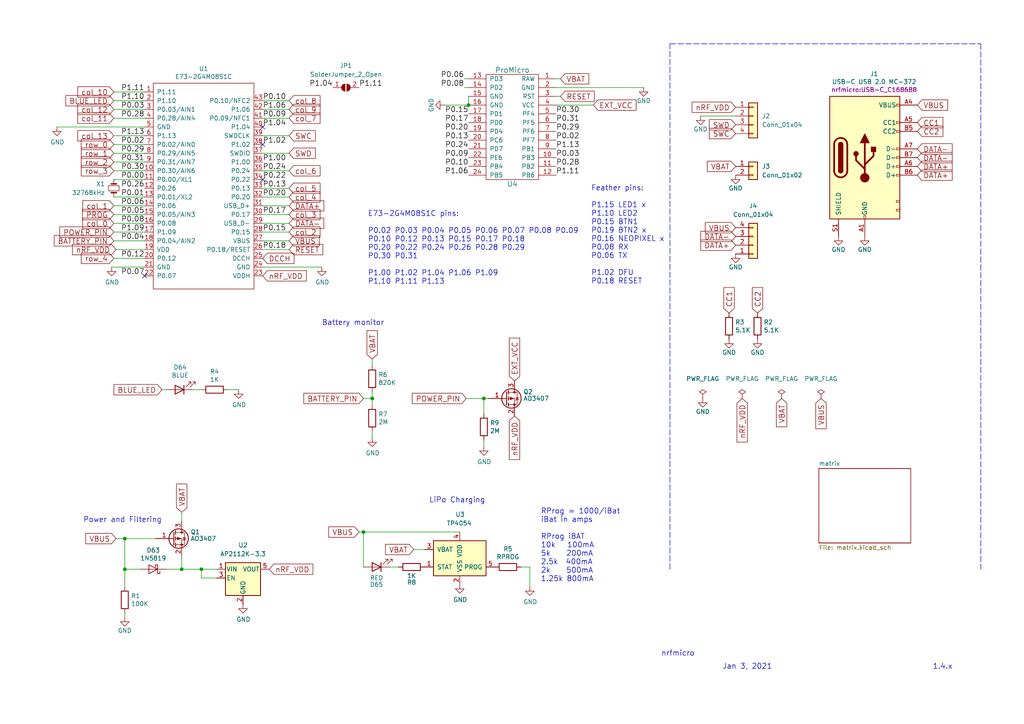
<source format=kicad_sch>
(kicad_sch (version 20231120) (generator "eeschema") (generator_version "8.0")
  (paper "A4")
  (lib_symbols
    (symbol "Battery_Management:MCP73832-2-OT" (pin_names (offset 1.016))
      (property "Reference" "U" (at -7.62 6.35 0))
      (property "Value" "MCP73832-2-OT" (at 1.27 6.35 0))
      (symbol "MCP73832-2-OT_0_1"
        (rectangle (start -7.62 5.08) (end 7.62 -5.08) (stroke (width 0.254)) (fill (type background)))
      )
      (symbol "MCP73832-2-OT_1_1"
        (pin output line (at 10.16 -2.54 180) (length 2.54) (name "STAT") (number "1"))
        (pin power_in line (at 0 -7.62 90) (length 2.54) (name "VSS") (number "2"))
        (pin power_out line (at 10.16 2.54 180) (length 2.54) (name "VBAT") (number "3"))
        (pin power_in line (at 0 7.62 270) (length 2.54) (name "VDD") (number "4"))
        (pin input line (at -10.16 -2.54 0) (length 2.54) (name "PROG") (number "5"))
      )
    )
    (symbol "Connector_Generic:Conn_01x02" (pin_names (offset 1.016) hide)
      (property "Reference" "J" (at 0 2.54 0))
      (property "Value" "Conn_01x02" (at 0 -5.08 0))
      (symbol "Conn_01x02_1_1"
        (rectangle (start -1.27 -2.413) (end 0 -2.667) (stroke (width 0.1524)))
        (rectangle (start -1.27 0.127) (end 0 -0.127) (stroke (width 0.1524)))
        (rectangle (start -1.27 1.27) (end 1.27 -3.81) (stroke (width 0.254)) (fill (type background)))
        (pin passive line (at -5.08 0 0) (length 3.81) (name "Pin_1") (number "1"))
        (pin passive line (at -5.08 -2.54 0) (length 3.81) (name "Pin_2") (number "2"))
      )
    )
    (symbol "Connector_Generic:Conn_01x04" (pin_names (offset 1.016) hide)
      (property "Reference" "J" (at 0 5.08 0))
      (property "Value" "Conn_01x04" (at 0 -7.62 0))
      (symbol "Conn_01x04_1_1"
        (rectangle (start -1.27 -4.953) (end 0 -5.207) (stroke (width 0.1524)))
        (rectangle (start -1.27 -2.413) (end 0 -2.667) (stroke (width 0.1524)))
        (rectangle (start -1.27 0.127) (end 0 -0.127) (stroke (width 0.1524)))
        (rectangle (start -1.27 2.667) (end 0 2.413) (stroke (width 0.1524)))
        (rectangle (start -1.27 3.81) (end 1.27 -6.35) (stroke (width 0.254)) (fill (type background)))
        (pin passive line (at -5.08 2.54 0) (length 3.81) (name "Pin_1") (number "1"))
        (pin passive line (at -5.08 0 0) (length 3.81) (name "Pin_2") (number "2"))
        (pin passive line (at -5.08 -2.54 0) (length 3.81) (name "Pin_3") (number "3"))
        (pin passive line (at -5.08 -5.08 0) (length 3.81) (name "Pin_4") (number "4"))
      )
    )
    (symbol "Device:Crystal_Small" (pin_numbers hide) (pin_names (offset 1.016) hide)
      (property "Reference" "Y" (at 0 2.54 0))
      (property "Value" "Crystal_Small" (at 0 -2.54 0))
      (symbol "Crystal_Small_0_1"
        (rectangle (start -0.762 -1.524) (end 0.762 1.524))
        (polyline (pts (xy -1.27 -0.762) (xy -1.27 0.762)) (stroke (width 0.381)))
        (polyline (pts (xy 1.27 -0.762) (xy 1.27 0.762)) (stroke (width 0.381)))
      )
      (symbol "Crystal_Small_1_1"
        (pin passive line (at -2.54 0 0) (length 1.27) (name "1") (number "1"))
        (pin passive line (at 2.54 0 180) (length 1.27) (name "2") (number "2"))
      )
    )
    (symbol "Device:LED" (pin_numbers hide) (pin_names (offset 1.016) hide)
      (property "Reference" "D" (at 0 2.54 0))
      (property "Value" "LED" (at 0 -2.54 0))
      (symbol "LED_0_1"
        (polyline (pts (xy -1.27 -1.27) (xy -1.27 1.27)) (stroke (width 0.254)))
        (polyline (pts (xy -1.27 0) (xy 1.27 0)))
        (polyline (pts (xy 1.27 -1.27) (xy 1.27 1.27) (xy -1.27 0) (xy 1.27 -1.27)) (stroke (width 0.254)))
        (polyline (pts (xy -3.048 -0.762) (xy -4.572 -2.286) (xy -3.81 -2.286) (xy -4.572 -2.286) (xy -4.572 -1.524)))
        (polyline (pts (xy -1.778 -0.762) (xy -3.302 -2.286) (xy -2.54 -2.286) (xy -3.302 -2.286) (xy -3.302 -1.524)))
      )
      (symbol "LED_1_1"
        (pin passive line (at -3.81 0 0) (length 2.54) (name "K") (number "1"))
        (pin passive line (at 3.81 0 180) (length 2.54) (name "A") (number "2"))
      )
    )
    (symbol "Device:R" (pin_numbers hide) (pin_names (offset 0))
      (property "Reference" "R" (at 2.032 0 90))
      (property "Value" "R" (at 0 0 90))
      (symbol "R_0_1"
        (rectangle (start -1.016 -2.54) (end 1.016 2.54) (stroke (width 0.254)))
      )
      (symbol "R_1_1"
        (pin passive line (at 0 3.81 270) (length 1.27) (name "~") (number "1"))
        (pin passive line (at 0 -3.81 90) (length 1.27) (name "~") (number "2"))
      )
    )
    (symbol "Jumper:SolderJumper_2_Open" (pin_names (offset 0) hide)
      (property "Reference" "JP" (at 0 2.032 0))
      (property "Value" "SolderJumper_2_Open" (at 0 -2.54 0))
      (symbol "SolderJumper_2_Open_0_1"
        (arc (start -0.254 1.016) (mid -1.2655 0) (end -0.254 -1.016))
        (arc (start -0.254 1.016) (mid -1.2655 0) (end -0.254 -1.016) (fill (type outline)))
        (polyline (pts (xy -0.254 1.016) (xy -0.254 -1.016)))
        (polyline (pts (xy 0.254 1.016) (xy 0.254 -1.016)))
        (arc (start 0.254 -1.016) (mid 1.2655 0) (end 0.254 1.016))
        (arc (start 0.254 -1.016) (mid 1.2655 0) (end 0.254 1.016) (fill (type outline)))
      )
      (symbol "SolderJumper_2_Open_1_1"
        (pin passive line (at -3.81 0 0) (length 2.54) (name "A") (number "1"))
        (pin passive line (at 3.81 0 180) (length 2.54) (name "B") (number "2"))
      )
    )
    (symbol "Regulator_Linear:AP2112K-3.3" (pin_names (offset 0.254))
      (property "Reference" "U" (at -5.08 5.715 0))
      (property "Value" "AP2112K-3.3" (at 0 5.715 0))
      (symbol "AP2112K-3.3_0_1"
        (rectangle (start -5.08 4.445) (end 5.08 -5.08) (stroke (width 0.254)) (fill (type background)))
      )
      (symbol "AP2112K-3.3_1_1"
        (pin power_in line (at -7.62 2.54 0) (length 2.54) (name "VIN") (number "1"))
        (pin power_in line (at 0 -7.62 90) (length 2.54) (name "GND") (number "2"))
        (pin input line (at -7.62 0 0) (length 2.54) (name "EN") (number "3"))
        (pin no_connect line (at 5.08 0 180) (length 2.54) hide (name "NC") (number "4"))
        (pin power_out line (at 7.62 2.54 180) (length 2.54) (name "VOUT") (number "5"))
      )
    )
    (symbol "nrfmicro-rescue:BSS83P" (pin_names (offset 0) hide)
      (property "Reference" "Q" (at 5.08 1.905 0))
      (property "Value" "BSS83P" (at 5.08 0 0))
      (symbol "BSS83P_0_1"
        (polyline (pts (xy 0 0) (xy 0.254 0)))
        (polyline (pts (xy 0.762 -1.778) (xy 2.54 -1.778)))
        (polyline (pts (xy 0.762 -1.27) (xy 0.762 -2.286)) (stroke (width 0.254)))
        (polyline (pts (xy 0.762 0) (xy 2.54 0)))
        (polyline (pts (xy 0.762 0.508) (xy 0.762 -0.508)) (stroke (width 0.254)))
        (polyline (pts (xy 0.762 1.778) (xy 2.54 1.778)))
        (polyline (pts (xy 0.762 2.286) (xy 0.762 1.27)) (stroke (width 0.254)))
        (polyline (pts (xy 2.54 -1.778) (xy 2.54 -2.54)))
        (polyline (pts (xy 2.54 -1.778) (xy 2.54 0)))
        (polyline (pts (xy 2.54 2.54) (xy 2.54 1.778)))
        (polyline (pts (xy 0.254 1.905) (xy 0.254 -1.905) (xy 0.254 -1.905)) (stroke (width 0.254)))
        (polyline (pts (xy 2.286 0) (xy 1.27 -0.381) (xy 1.27 0.381) (xy 2.286 0)) (fill (type outline)))
        (polyline (pts (xy 2.54 -1.778) (xy 3.302 -1.778) (xy 3.302 1.778) (xy 2.54 1.778)))
        (polyline (pts (xy 2.794 -0.508) (xy 2.921 -0.381) (xy 3.683 -0.381) (xy 3.81 -0.254)))
        (polyline (pts (xy 3.302 -0.381) (xy 2.921 0.254) (xy 3.683 0.254) (xy 3.302 -0.381)))
        (circle (center 1.651 0) (radius 2.8194) (stroke (width 0.254)))
        (circle (center 2.54 -1.778) (radius 0.2794) (fill (type outline)))
        (circle (center 2.54 1.778) (radius 0.2794) (fill (type outline)))
      )
      (symbol "BSS83P_1_1"
        (pin input line (at -5.08 0 0) (length 5.08) (name "G") (number "1"))
        (pin passive line (at 2.54 -5.08 90) (length 2.54) (name "S") (number "2"))
        (pin passive line (at 2.54 5.08 270) (length 2.54) (name "D") (number "3"))
      )
    )
    (symbol "nrfmicro-rescue:GND" (power) (pin_names (offset 0))
      (property "Value" "GND" (at 0 -3.81 0))
      (symbol "GND_0_1"
        (polyline (pts (xy 0 0) (xy 0 -1.27) (xy 1.27 -1.27) (xy 0 -2.54) (xy -1.27 -1.27) (xy 0 -1.27)))
      )
      (symbol "GND_1_1"
        (pin power_in line (at 0 0 270) (length 0) hide (name "GND") (number "1"))
      )
    )
    (symbol "nrfmicro-rescue:MBR0520" (pin_numbers hide) (pin_names (offset 1.016) hide)
      (property "Reference" "D" (at 0 2.54 0))
      (property "Value" "MBR0520" (at 0 -2.54 0))
      (symbol "MBR0520_0_1"
        (polyline (pts (xy 1.27 0) (xy -1.27 0)))
        (polyline (pts (xy 1.27 1.27) (xy 1.27 -1.27) (xy -1.27 0) (xy 1.27 1.27)) (stroke (width 0.2032)))
        (polyline (pts (xy -1.905 0.635) (xy -1.905 1.27) (xy -1.27 1.27) (xy -1.27 -1.27) (xy -0.635 -1.27) (xy -0.635 -0.635)) (stroke (width 0.2032)))
      )
      (symbol "MBR0520_1_1"
        (pin passive line (at -3.81 0 0) (length 2.54) (name "K") (number "1"))
        (pin passive line (at 3.81 0 180) (length 2.54) (name "A") (number "2"))
      )
    )
    (symbol "nrfmicro-rescue:ProMicro" (pin_names (offset 1.016))
      (property "Reference" "U" (at 0 -21.59 0))
      (property "Value" "ProMicro" (at 0 11.43 0))
      (symbol "ProMicro_0_1"
        (rectangle (start 7.62 10.16) (end -7.62 -20.32))
      )
      (symbol "ProMicro_1_1"
        (pin input line (at 12.7 8.89 180) (length 5.08) (name "RAW") (number "1"))
        (pin input line (at 12.7 -13.97 180) (length 5.08) (name "PB3") (number "10"))
        (pin input line (at 12.7 -16.51 180) (length 5.08) (name "PB2") (number "11"))
        (pin input line (at 12.7 -19.05 180) (length 5.08) (name "PB6") (number "12"))
        (pin input line (at -12.7 8.89 0) (length 5.08) (name "PD3") (number "13"))
        (pin input line (at -12.7 6.35 0) (length 5.08) (name "PD2") (number "14"))
        (pin input line (at -12.7 3.81 0) (length 5.08) (name "GND") (number "15"))
        (pin input line (at -12.7 1.27 0) (length 5.08) (name "GND") (number "16"))
        (pin input line (at -12.7 -1.27 0) (length 5.08) (name "PD1") (number "17"))
        (pin input line (at -12.7 -3.81 0) (length 5.08) (name "PD0") (number "18"))
        (pin input line (at -12.7 -6.35 0) (length 5.08) (name "PD4") (number "19"))
        (pin input line (at 12.7 6.35 180) (length 5.08) (name "GND") (number "2"))
        (pin input line (at -12.7 -8.89 0) (length 5.08) (name "PC6") (number "20"))
        (pin input line (at -12.7 -11.43 0) (length 5.08) (name "PD7") (number "21"))
        (pin input line (at -12.7 -13.97 0) (length 5.08) (name "PE6") (number "22"))
        (pin input line (at -12.7 -16.51 0) (length 5.08) (name "PB4") (number "23"))
        (pin input line (at -12.7 -19.05 0) (length 5.08) (name "PB5") (number "24"))
        (pin input line (at 12.7 3.81 180) (length 5.08) (name "RST") (number "3"))
        (pin input line (at 12.7 1.27 180) (length 5.08) (name "VCC") (number "4"))
        (pin input line (at 12.7 -1.27 180) (length 5.08) (name "PF4") (number "5"))
        (pin input line (at 12.7 -3.81 180) (length 5.08) (name "PF5") (number "6"))
        (pin input line (at 12.7 -6.35 180) (length 5.08) (name "PF6") (number "7"))
        (pin input line (at 12.7 -8.89 180) (length 5.08) (name "PF7") (number "8"))
        (pin input line (at 12.7 -11.43 180) (length 5.08) (name "PB1") (number "9"))
      )
    )
    (symbol "nrfmicro-rescue:R" (pin_numbers hide) (pin_names (offset 0))
      (property "Reference" "R" (at 2.032 0 90))
      (property "Value" "R" (at 0 0 90))
      (symbol "R_0_1"
        (rectangle (start -1.016 -2.54) (end 1.016 2.54) (stroke (width 0.254)))
      )
      (symbol "R_1_1"
        (pin passive line (at 0 3.81 270) (length 1.27) (name "~") (number "1"))
        (pin passive line (at 0 -3.81 90) (length 1.27) (name "~") (number "2"))
      )
    )
    (symbol "nrfmicro:E73-2G4M08S1C-52840" (pin_names (offset 1.016))
      (property "Reference" "U" (at 0 29.21 0))
      (property "Value" "E73-2G4M08S1C-52840" (at 0 -27.94 0))
      (symbol "E73-2G4M08S1C-52840_0_1"
        (rectangle (start -15.24 30.48) (end 13.97 -29.21))
      )
      (symbol "E73-2G4M08S1C-52840_1_1"
        (pin input line (at -17.78 27.94 0) (length 2.54) (name "P1.11") (number "1"))
        (pin input line (at -17.78 5.08 0) (length 2.54) (name "P0.30/AIN6") (number "10"))
        (pin input line (at -17.78 2.54 0) (length 2.54) (name "P0.00/XL1") (number "11"))
        (pin input line (at -17.78 0 0) (length 2.54) (name "P0.26") (number "12"))
        (pin input line (at -17.78 -2.54 0) (length 2.54) (name "P0.01/XL2") (number "13"))
        (pin input line (at -17.78 -5.08 0) (length 2.54) (name "P0.06") (number "14"))
        (pin input line (at -17.78 -7.62 0) (length 2.54) (name "P0.05/AIN3") (number "15"))
        (pin input line (at -17.78 -10.16 0) (length 2.54) (name "P0.08") (number "16"))
        (pin input line (at -17.78 -12.7 0) (length 2.54) (name "P1.09") (number "17"))
        (pin input line (at -17.78 -15.24 0) (length 2.54) (name "P0.04/AIN2") (number "18"))
        (pin power_in line (at -17.78 -17.78 0) (length 2.54) (name "VDD") (number "19"))
        (pin input line (at -17.78 25.4 0) (length 2.54) (name "P1.10") (number "2"))
        (pin input line (at -17.78 -20.32 0) (length 2.54) (name "P0.12") (number "20"))
        (pin power_in line (at -17.78 -22.86 0) (length 2.54) (name "GND") (number "21"))
        (pin input line (at -17.78 -25.4 0) (length 2.54) (name "P0.07") (number "22"))
        (pin power_in line (at 16.51 -25.4 180) (length 2.54) (name "VDDH") (number "23"))
        (pin power_in line (at 16.51 -22.86 180) (length 2.54) (name "GND") (number "24"))
        (pin power_out line (at 16.51 -20.32 180) (length 2.54) (name "DCCH") (number "25"))
        (pin input line (at 16.51 -17.78 180) (length 2.54) (name "P0.18/RESET") (number "26"))
        (pin power_in line (at 16.51 -15.24 180) (length 2.54) (name "VBUS") (number "27"))
        (pin power_in line (at 16.51 -12.7 180) (length 2.54) (name "P0.15") (number "28"))
        (pin input line (at 16.51 -10.16 180) (length 2.54) (name "USB_D-") (number "29"))
        (pin input line (at -17.78 22.86 0) (length 2.54) (name "P0.03/AIN1") (number "3"))
        (pin input line (at 16.51 -7.62 180) (length 2.54) (name "P0.17") (number "30"))
        (pin input line (at 16.51 -5.08 180) (length 2.54) (name "USB_D+") (number "31"))
        (pin input line (at 16.51 -2.54 180) (length 2.54) (name "P0.20") (number "32"))
        (pin input line (at 16.51 0 180) (length 2.54) (name "P0.13") (number "33"))
        (pin input line (at 16.51 2.54 180) (length 2.54) (name "P0.22") (number "34"))
        (pin input line (at 16.51 5.08 180) (length 2.54) (name "P0.24") (number "35"))
        (pin input line (at 16.51 7.62 180) (length 2.54) (name "P1.00") (number "36"))
        (pin input line (at 16.51 10.16 180) (length 2.54) (name "SWDIO") (number "37"))
        (pin input line (at 16.51 12.7 180) (length 2.54) (name "P1.02") (number "38"))
        (pin input line (at 16.51 15.24 180) (length 2.54) (name "SWDCLK") (number "39"))
        (pin input line (at -17.78 20.32 0) (length 2.54) (name "P0.28/AIN4") (number "4"))
        (pin input line (at 16.51 17.78 180) (length 2.54) (name "P1.04") (number "40"))
        (pin input line (at 16.51 20.32 180) (length 2.54) (name "P0.09/NFC1") (number "41"))
        (pin input line (at 16.51 22.86 180) (length 2.54) (name "P1.06") (number "42"))
        (pin input line (at 16.51 25.4 180) (length 2.54) (name "P0.10/NFC2") (number "43"))
        (pin power_in line (at -17.78 17.78 0) (length 2.54) (name "GND") (number "5"))
        (pin input line (at -17.78 15.24 0) (length 2.54) (name "P1.13") (number "6"))
        (pin input line (at -17.78 12.7 0) (length 2.54) (name "P0.02/AIN0") (number "7"))
        (pin input line (at -17.78 10.16 0) (length 2.54) (name "P0.29/AIN5") (number "8"))
        (pin input line (at -17.78 7.62 0) (length 2.54) (name "P0.31/AIN7") (number "9"))
      )
    )
    (symbol "nrfmicro:USB_C_Receptacle_USB2.0" (pin_names (offset 1.016))
      (property "Reference" "J" (at -10.16 19.05 0))
      (property "Value" "USB_C_Receptacle_USB2.0" (at 19.05 19.05 0))
      (symbol "USB_C_Receptacle_USB2.0_0_0"
        (rectangle (start -0.254 -17.78) (end 0.254 -16.764))
        (rectangle (start 10.16 -14.986) (end 9.144 -15.494))
        (rectangle (start 10.16 -12.446) (end 9.144 -12.954))
        (rectangle (start 10.16 -4.826) (end 9.144 -5.334))
        (rectangle (start 10.16 -2.286) (end 9.144 -2.794))
        (rectangle (start 10.16 0.254) (end 9.144 -0.254))
        (rectangle (start 10.16 2.794) (end 9.144 2.286))
        (rectangle (start 10.16 7.874) (end 9.144 7.366))
        (rectangle (start 10.16 10.414) (end 9.144 9.906))
        (rectangle (start 10.16 15.494) (end 9.144 14.986))
      )
      (symbol "USB_C_Receptacle_USB2.0_0_1"
        (rectangle (start -10.16 17.78) (end 10.16 -17.78) (stroke (width 0.254)) (fill (type background)))
        (arc (start -8.89 -3.81) (mid -6.985 -5.7066) (end -5.08 -3.81) (stroke (width 0.508)))
        (arc (start -7.62 -3.81) (mid -6.985 -4.4422) (end -6.35 -3.81) (stroke (width 0.254)))
        (arc (start -7.62 -3.81) (mid -6.985 -4.4422) (end -6.35 -3.81) (stroke (width 0.254)) (fill (type outline)))
        (rectangle (start -7.62 -3.81) (end -6.35 3.81) (stroke (width 0.254)) (fill (type outline)))
        (arc (start -6.35 3.81) (mid -6.985 4.4422) (end -7.62 3.81) (stroke (width 0.254)))
        (arc (start -6.35 3.81) (mid -6.985 4.4422) (end -7.62 3.81) (stroke (width 0.254)) (fill (type outline)))
        (arc (start -5.08 3.81) (mid -6.985 5.7066) (end -8.89 3.81) (stroke (width 0.508)))
        (circle (center -2.54 1.143) (radius 0.635) (stroke (width 0.254)) (fill (type outline)))
        (circle (center 0 -5.842) (radius 1.27) (fill (type outline)))
        (polyline (pts (xy -8.89 -3.81) (xy -8.89 3.81)) (stroke (width 0.508)))
        (polyline (pts (xy -5.08 3.81) (xy -5.08 -3.81)) (stroke (width 0.508)))
        (polyline (pts (xy 0 -5.842) (xy 0 4.318)) (stroke (width 0.508)))
        (polyline (pts (xy 0 -3.302) (xy -2.54 -0.762) (xy -2.54 0.508)) (stroke (width 0.508)))
        (polyline (pts (xy 0 -2.032) (xy 2.54 0.508) (xy 2.54 1.778)) (stroke (width 0.508)))
        (polyline (pts (xy -1.27 4.318) (xy 0 6.858) (xy 1.27 4.318) (xy -1.27 4.318)) (stroke (width 0.254)) (fill (type outline)))
        (rectangle (start 1.905 1.778) (end 3.175 3.048) (stroke (width 0.254)) (fill (type outline)))
      )
      (symbol "USB_C_Receptacle_USB2.0_1_1"
        (pin power_in line (at 0 -22.86 90) (length 5.08) (name "GND") (number "A1"))
        (pin power_in line (at 15.24 15.24 180) (length 5.08) (name "VBUS") (number "A4"))
        (pin bidirectional line (at 15.24 10.16 180) (length 5.08) (name "CC1") (number "A5"))
        (pin bidirectional line (at 15.24 -2.54 180) (length 5.08) (name "D+") (number "A6"))
        (pin bidirectional line (at 15.24 2.54 180) (length 5.08) (name "D-") (number "A7"))
        (pin bidirectional line (at 15.24 7.62 180) (length 5.08) (name "CC2") (number "B5"))
        (pin bidirectional line (at 15.24 -5.08 180) (length 5.08) (name "D+") (number "B6"))
        (pin bidirectional line (at 15.24 0 180) (length 5.08) (name "D-") (number "B7"))
        (pin passive line (at -7.62 -22.86 90) (length 5.08) (name "SHIELD") (number "S1"))
      )
    )
    (symbol "power:GND" (power) (pin_names (offset 0))
      (property "Value" "GND" (at 0 -3.81 0))
      (symbol "GND_0_1"
        (polyline (pts (xy 0 0) (xy 0 -1.27) (xy 1.27 -1.27) (xy 0 -2.54) (xy -1.27 -1.27) (xy 0 -1.27)))
      )
      (symbol "GND_1_1"
        (pin power_in line (at 0 0 270) (length 0) hide (name "GND") (number "1"))
      )
    )
    (symbol "power:PWR_FLAG" (power) (pin_numbers hide) (pin_names (offset 0) hide)
      (property "Value" "PWR_FLAG" (at 0 3.81 0))
      (symbol "PWR_FLAG_0_0"
        (pin power_out line (at 0 0 90) (length 0) (name "pwr") (number "1"))
      )
      (symbol "PWR_FLAG_0_1"
        (polyline (pts (xy 0 0) (xy 0 1.27) (xy -1.016 1.905) (xy 0 2.54) (xy 1.016 1.905) (xy 0 1.27)))
      )
    )
  )
  (junction (at 135.89 30.48))
  (junction (at 107.95 115.57))
  (junction (at 140.335 115.57))
  (junction (at 36.195 156.21))
  (junction (at 58.42 165.1))
  (junction (at 105.41 154.305))
  (junction (at 52.705 165.1))
  (junction (at 36.195 165.1))
  (no_connect (at 76.2 36.83))
  (no_connect (at 76.2 52.07))
  (no_connect (at 41.91 80.01))
  (no_connect (at 76.2 41.91))
  (wire (pts (xy 120.015 159.385) (xy 123.19 159.385)))
  (wire (pts (xy 33.02 59.69) (xy 41.91 59.69)))
  (wire (pts (xy 76.2 54.61) (xy 83.82 54.61)))
  (wire (pts (xy 83.82 72.39) (xy 76.2 72.39)))
  (wire (pts (xy 161.29 22.86) (xy 162.56 22.86)))
  (wire (pts (xy 33.02 74.93) (xy 41.91 74.93)))
  (wire (pts (xy 107.95 125.095) (xy 107.95 127)))
  (wire (pts (xy 104.14 154.305) (xy 105.41 154.305)))
  (wire (pts (xy 76.2 57.15) (xy 83.82 57.15)))
  (wire (pts (xy 161.29 27.94) (xy 162.56 27.94)))
  (wire (pts (xy 33.02 62.23) (xy 41.91 62.23)))
  (wire (pts (xy 41.91 29.21) (xy 33.02 29.21)))
  (polyline (pts (xy 194.31 12.7) (xy 284.48 12.7)) (stroke (width 0) (type dash)))
  (wire (pts (xy 33.02 39.37) (xy 41.91 39.37)))
  (wire (pts (xy 36.195 177.8) (xy 36.195 179.07)))
  (wire (pts (xy 33.02 34.29) (xy 41.91 34.29)))
  (wire (pts (xy 161.29 30.48) (xy 172.085 30.48)))
  (wire (pts (xy 105.41 164.465) (xy 105.41 154.305)))
  (wire (pts (xy 55.88 113.03) (xy 58.42 113.03)))
  (wire (pts (xy 140.335 115.57) (xy 141.605 115.57)))
  (wire (pts (xy 83.82 69.85) (xy 76.2 69.85)))
  (wire (pts (xy 76.2 67.31) (xy 83.82 67.31)))
  (wire (pts (xy 76.2 34.29) (xy 83.82 34.29)))
  (wire (pts (xy 58.42 167.64) (xy 58.42 165.1)))
  (wire (pts (xy 33.02 57.15) (xy 41.91 57.15)))
  (wire (pts (xy 140.335 127.635) (xy 140.335 129.54)))
  (wire (pts (xy 76.2 49.53) (xy 83.82 49.53)))
  (polyline (pts (xy 194.31 165.1) (xy 194.31 12.7)) (stroke (width 0) (type dash)))
  (wire (pts (xy 135.255 115.57) (xy 140.335 115.57)))
  (wire (pts (xy 36.195 165.1) (xy 36.195 170.18)))
  (wire (pts (xy 83.82 44.45) (xy 76.2 44.45)))
  (wire (pts (xy 83.82 64.77) (xy 76.2 64.77)))
  (wire (pts (xy 151.13 164.465) (xy 153.67 164.465)))
  (wire (pts (xy 33.02 52.07) (xy 41.91 52.07)))
  (wire (pts (xy 52.705 148.59) (xy 52.705 151.13)))
  (wire (pts (xy 36.195 156.21) (xy 33.655 156.21)))
  (wire (pts (xy 203.2 33.655) (xy 213.36 33.655)))
  (wire (pts (xy 41.91 77.47) (xy 32.385 77.47)))
  (wire (pts (xy 33.02 31.75) (xy 41.91 31.75)))
  (wire (pts (xy 76.2 62.23) (xy 83.82 62.23)))
  (wire (pts (xy 105.41 115.57) (xy 107.95 115.57)))
  (wire (pts (xy 113.03 164.465) (xy 115.57 164.465)))
  (wire (pts (xy 52.705 165.1) (xy 58.42 165.1)))
  (wire (pts (xy 135.89 27.94) (xy 135.89 30.48)))
  (wire (pts (xy 33.02 41.91) (xy 41.91 41.91)))
  (wire (pts (xy 36.195 165.1) (xy 40.64 165.1)))
  (polyline (pts (xy 284.48 12.7) (xy 284.48 165.1)) (stroke (width 0) (type dash)))
  (wire (pts (xy 52.705 161.29) (xy 52.705 165.1)))
  (wire (pts (xy 134.62 25.4) (xy 135.89 25.4)))
  (wire (pts (xy 161.29 25.4) (xy 186.69 25.4)))
  (wire (pts (xy 76.2 77.47) (xy 93.345 77.47)))
  (wire (pts (xy 33.02 46.99) (xy 41.91 46.99)))
  (wire (pts (xy 135.89 30.48) (xy 128.905 30.48)))
  (wire (pts (xy 36.195 156.21) (xy 36.195 165.1)))
  (wire (pts (xy 62.865 167.64) (xy 58.42 167.64)))
  (wire (pts (xy 105.41 154.305) (xy 133.35 154.305)))
  (wire (pts (xy 83.82 59.69) (xy 76.2 59.69)))
  (wire (pts (xy 48.26 165.1) (xy 52.705 165.1)))
  (wire (pts (xy 107.95 104.14) (xy 107.95 106.045)))
  (wire (pts (xy 76.2 29.21) (xy 83.82 29.21)))
  (wire (pts (xy 41.91 69.85) (xy 33.02 69.85)))
  (wire (pts (xy 83.82 39.37) (xy 76.2 39.37)))
  (wire (pts (xy 16.51 36.83) (xy 41.91 36.83)))
  (wire (pts (xy 46.99 113.03) (xy 48.26 113.03)))
  (wire (pts (xy 33.02 67.31) (xy 41.91 67.31)))
  (wire (pts (xy 41.91 72.39) (xy 33.655 72.39)))
  (wire (pts (xy 33.02 49.53) (xy 41.91 49.53)))
  (wire (pts (xy 33.02 44.45) (xy 41.91 44.45)))
  (wire (pts (xy 66.04 113.03) (xy 69.215 113.03)))
  (wire (pts (xy 33.02 26.67) (xy 41.91 26.67)))
  (wire (pts (xy 107.95 113.665) (xy 107.95 115.57)))
  (wire (pts (xy 153.67 164.465) (xy 153.67 170.18)))
  (wire (pts (xy 134.62 22.86) (xy 135.89 22.86)))
  (wire (pts (xy 140.335 120.015) (xy 140.335 115.57)))
  (wire (pts (xy 36.195 156.21) (xy 45.085 156.21)))
  (wire (pts (xy 33.02 64.77) (xy 41.91 64.77)))
  (wire (pts (xy 76.2 31.75) (xy 83.82 31.75)))
  (wire (pts (xy 107.95 115.57) (xy 107.95 117.475)))
  (wire (pts (xy 58.42 165.1) (xy 62.865 165.1)))
  (text "LiPo Charging\n" (at 124.46 146.05 0) (effects (font (size 1.524 1.524)) (justify left bottom)))
  (text "Jan 3, 2021" (at 209.55 194.31 0) (effects (font (size 1.524 1.524)) (justify left bottom)))
  (text "1.4.x" (at 270.51 194.31 0) (effects (font (size 1.524 1.524)) (justify left bottom)))
  (text "RProg = 1000/iBat\niBat in amps\n\nRProg iBAT\n10k   100mA\n5k    200mA\n2.5k  400mA\n2k    500mA\n1.25k 800mA" (at 156.845 168.91 0) (effects (font (size 1.524 1.524)) (justify left bottom)))
  (text "Power and Filtering" (at 24.13 151.765 0) (effects (font (size 1.524 1.524)) (justify left bottom)))
  (text "nrfmicro" (at 191.77 190.5 0) (effects (font (size 1.524 1.524)) (justify left bottom)))
  (text "Battery monitor" (at 93.345 94.615 0) (effects (font (size 1.524 1.524)) (justify left bottom)))
  (text "E73-2G4M08S1C pins:\n\nP0.02 P0.03 P0.04 P0.05 P0.06 P0.07 P0.08 P0.09\nP0.10 P0.12 P0.13 P0.15 P0.17 P0.18\nP0.20 P0.22 P0.24 P0.26 P0.28 P0.29\nP0.30 P0.31\n\nP1.00 P1.02 P1.04 P1.06 P1.09\nP1.10 P1.11 P1.13\n\n" (at 106.68 85.09 0) (effects (font (size 1.524 1.524)) (justify left bottom)))
  (text "Feather pins:\n\nP1.15 LED1 x\nP1.10 LED2\nP0.15 BTN1\nP0.19 BTN2 x\nP0.16 NEOPIXEL x\nP0.08 RX\nP0.06 TX\n\nP1.02 DFU\nP0.18 RESET\n" (at 171.45 82.55 0) (effects (font (size 1.524 1.524)) (justify left bottom)))
  (label "P0.15" (at 76.2 67.31 0) (effects (font (size 1.524 1.524))))
  (label "P0.15" (at 135.89 33.02 180) (effects (font (size 1.524 1.524))))
  (label "P0.03" (at 161.29 45.72 0) (effects (font (size 1.524 1.524))))
  (label "P0.28" (at 41.91 34.29 180) (effects (font (size 1.524 1.524))))
  (label "P0.26" (at 41.91 54.61 180) (effects (font (size 1.524 1.524))))
  (label "P0.29" (at 41.91 44.45 180) (effects (font (size 1.524 1.524))))
  (label "P0.08" (at 134.62 25.4 180) (effects (font (size 1.524 1.524))))
  (label "P0.06" (at 41.91 59.69 180) (effects (font (size 1.524 1.524))))
  (label "P0.30" (at 41.91 49.53 180) (effects (font (size 1.524 1.524))))
  (label "P1.06" (at 135.89 50.8 180) (effects (font (size 1.524 1.524))))
  (label "P0.04" (at 41.91 69.85 180) (effects (font (size 1.524 1.524))))
  (label "P0.29" (at 161.29 38.1 0) (effects (font (size 1.524 1.524))))
  (label "P0.12" (at 41.91 74.93 180) (effects (font (size 1.524 1.524))))
  (label "P0.10" (at 135.89 48.26 180) (effects (font (size 1.524 1.524))))
  (label "P0.08" (at 41.91 64.77 180) (effects (font (size 1.524 1.524))))
  (label "P0.22" (at 76.2 52.07 0) (effects (font (size 1.524 1.524))))
  (label "P0.17" (at 76.2 62.23 0) (effects (font (size 1.524 1.524))))
  (label "P1.11" (at 161.29 50.8 0) (effects (font (size 1.524 1.524))))
  (label "P0.20" (at 76.2 57.15 0) (effects (font (size 1.524 1.524))))
  (label "P1.09" (at 41.91 67.31 180) (effects (font (size 1.524 1.524))))
  (label "P0.24" (at 135.89 43.18 180) (effects (font (size 1.524 1.524))))
  (label "P1.02" (at 76.2 41.91 0) (effects (font (size 1.524 1.524))))
  (label "P0.31" (at 161.29 35.56 0) (effects (font (size 1.524 1.524))))
  (label "P1.11" (at 41.91 26.67 180) (effects (font (size 1.524 1.524))))
  (label "P1.04" (at 76.2 36.83 0) (effects (font (size 1.524 1.524))))
  (label "P0.24" (at 76.2 49.53 0) (effects (font (size 1.524 1.524))))
  (label "P1.13" (at 161.29 43.18 0) (effects (font (size 1.524 1.524))))
  (label "P0.09" (at 135.89 45.72 180) (effects (font (size 1.524 1.524))))
  (label "P1.11" (at 104.14 25.4 0) (effects (font (size 1.524 1.524))))
  (label "P0.00" (at 41.91 52.07 180) (effects (font (size 1.524 1.524))))
  (label "P0.02" (at 161.29 40.64 0) (effects (font (size 1.524 1.524))))
  (label "P0.05" (at 41.91 62.23 180) (effects (font (size 1.524 1.524))))
  (label "P0.20" (at 135.89 38.1 180) (effects (font (size 1.524 1.524))))
  (label "P1.13" (at 41.91 39.37 180) (effects (font (size 1.524 1.524))))
  (label "P0.30" (at 161.29 33.02 0) (effects (font (size 1.524 1.524))))
  (label "P0.17" (at 135.89 35.56 180) (effects (font (size 1.524 1.524))))
  (label "P0.13" (at 135.89 40.64 180) (effects (font (size 1.524 1.524))))
  (label "P0.06" (at 134.62 22.86 180) (effects (font (size 1.524 1.524))))
  (label "P0.09" (at 76.2 34.29 0) (effects (font (size 1.524 1.524))))
  (label "P1.06" (at 76.2 31.75 0) (effects (font (size 1.524 1.524))))
  (label "P0.31" (at 41.91 46.99 180) (effects (font (size 1.524 1.524))))
  (label "P0.07" (at 41.91 80.01 180) (effects (font (size 1.524 1.524))))
  (label "P0.28" (at 161.29 48.26 0) (effects (font (size 1.524 1.524))))
  (label "P0.10" (at 76.2 29.21 0) (effects (font (size 1.524 1.524))))
  (label "P1.10" (at 41.91 29.21 180) (effects (font (size 1.524 1.524))))
  (label "P1.00" (at 76.2 46.99 0) (effects (font (size 1.524 1.524))))
  (label "P0.18" (at 76.2 72.39 0) (effects (font (size 1.524 1.524))))
  (label "P0.03" (at 41.91 31.75 180) (effects (font (size 1.524 1.524))))
  (label "P1.04" (at 96.52 25.4 180) (effects (font (size 1.524 1.524))))
  (label "P0.01" (at 41.91 57.15 180) (effects (font (size 1.524 1.524))))
  (label "P0.13" (at 76.2 54.61 0) (effects (font (size 1.524 1.524))))
  (label "P0.02" (at 41.91 41.91 180) (effects (font (size 1.524 1.524))))
  (global_label "col_2" (shape input) (at 83.82 67.31 0) (effects (font (size 1.524 1.524))) (property "Intersheetrefs" "${INTERSHEET_REFS}" (effects (hide yes))))
  (global_label "nRF_VDD" (shape input) (at 149.225 120.65 270) (effects (font (size 1.524 1.524))) (property "Intersheetrefs" "${INTERSHEET_REFS}" (effects (hide yes))))
  (global_label "col_5" (shape input) (at 83.82 54.61 0) (effects (font (size 1.524 1.524))) (property "Intersheetrefs" "${INTERSHEET_REFS}" (effects (hide yes))))
  (global_label "col_8" (shape input) (at 83.82 29.21 0) (effects (font (size 1.524 1.524))) (property "Intersheetrefs" "${INTERSHEET_REFS}" (effects (hide yes))))
  (global_label "col_7" (shape input) (at 83.82 34.29 0) (effects (font (size 1.524 1.524))) (property "Intersheetrefs" "${INTERSHEET_REFS}" (effects (hide yes))))
  (global_label "VBUS" (shape input) (at 238.125 115.57 270) (effects (font (size 1.524 1.524))) (property "Intersheetrefs" "${INTERSHEET_REFS}" (effects (hide yes))))
  (global_label "POWER_PIN" (shape input) (at 135.255 115.57 180) (effects (font (size 1.524 1.524))) (property "Intersheetrefs" "${INTERSHEET_REFS}" (effects (hide yes))))
  (global_label "DATA-" (shape input) (at 83.82 64.77 0) (effects (font (size 1.524 1.524))) (property "Intersheetrefs" "${INTERSHEET_REFS}" (effects (hide yes))))
  (global_label "nRF_VDD" (shape input) (at 33.655 72.39 180) (effects (font (size 1.524 1.524))) (property "Intersheetrefs" "${INTERSHEET_REFS}" (effects (hide yes))))
  (global_label "SWC" (shape input) (at 83.82 39.37 0) (effects (font (size 1.524 1.524))) (property "Intersheetrefs" "${INTERSHEET_REFS}" (effects (hide yes))))
  (global_label "col_10" (shape input) (at 33.02 26.67 180) (effects (font (size 1.524 1.524))) (property "Intersheetrefs" "${INTERSHEET_REFS}" (effects (hide yes))))
  (global_label "VBUS" (shape input) (at 266.065 30.48 0) (effects (font (size 1.524 1.524))) (property "Intersheetrefs" "${INTERSHEET_REFS}" (effects (hide yes))))
  (global_label "CC1" (shape input) (at 211.455 90.805 90) (effects (font (size 1.524 1.524))) (property "Intersheetrefs" "${INTERSHEET_REFS}" (effects (hide yes))))
  (global_label "DATA+" (shape input) (at 266.065 50.8 0) (effects (font (size 1.524 1.524))) (property "Intersheetrefs" "${INTERSHEET_REFS}" (effects (hide yes))))
  (global_label "col_9" (shape input) (at 83.82 31.75 0) (effects (font (size 1.524 1.524))) (property "Intersheetrefs" "${INTERSHEET_REFS}" (effects (hide yes))))
  (global_label "nRF_VDD" (shape input) (at 213.36 31.115 180) (effects (font (size 1.524 1.524))) (property "Intersheetrefs" "${INTERSHEET_REFS}" (effects (hide yes))))
  (global_label "CC2" (shape input) (at 266.065 38.1 0) (effects (font (size 1.524 1.524))) (property "Intersheetrefs" "${INTERSHEET_REFS}" (effects (hide yes))))
  (global_label "CC2" (shape input) (at 219.71 90.805 90) (effects (font (size 1.524 1.524))) (property "Intersheetrefs" "${INTERSHEET_REFS}" (effects (hide yes))))
  (global_label "VBAT" (shape input) (at 226.695 115.57 270) (effects (font (size 1.524 1.524))) (property "Intersheetrefs" "${INTERSHEET_REFS}" (effects (hide yes))))
  (global_label "VBUS" (shape input) (at 33.655 156.21 180) (effects (font (size 1.524 1.524))) (property "Intersheetrefs" "${INTERSHEET_REFS}" (effects (hide yes))))
  (global_label "SWD" (shape input) (at 213.36 36.195 180) (effects (font (size 1.524 1.524))) (property "Intersheetrefs" "${INTERSHEET_REFS}" (effects (hide yes))))
  (global_label "VBAT" (shape input) (at 213.36 48.26 180) (effects (font (size 1.524 1.524))) (property "Intersheetrefs" "${INTERSHEET_REFS}" (effects (hide yes))))
  (global_label "DCCH" (shape input) (at 76.2 74.93 0) (effects (font (size 1.524 1.524))) (property "Intersheetrefs" "${INTERSHEET_REFS}" (effects (hide yes))))
  (global_label "col_13" (shape input) (at 33.02 39.37 180) (effects (font (size 1.524 1.524))) (property "Intersheetrefs" "${INTERSHEET_REFS}" (effects (hide yes))))
  (global_label "DATA-" (shape input) (at 213.36 68.58 180) (effects (font (size 1.524 1.524))) (property "Intersheetrefs" "${INTERSHEET_REFS}" (effects (hide yes))))
  (global_label "row_4" (shape input) (at 33.02 74.93 180) (effects (font (size 1.524 1.524))) (property "Intersheetrefs" "${INTERSHEET_REFS}" (effects (hide yes))))
  (global_label "col_4" (shape input) (at 83.82 57.15 0) (effects (font (size 1.524 1.524))) (property "Intersheetrefs" "${INTERSHEET_REFS}" (effects (hide yes))))
  (global_label "POWER_PIN" (shape input) (at 33.02 67.31 180) (effects (font (size 1.524 1.524))) (property "Intersheetrefs" "${INTERSHEET_REFS}" (effects (hide yes))))
  (global_label "nRF_VDD" (shape input) (at 76.2 80.01 0) (effects (font (size 1.524 1.524))) (property "Intersheetrefs" "${INTERSHEET_REFS}" (effects (hide yes))))
  (global_label "CC1" (shape input) (at 266.065 35.56 0) (effects (font (size 1.524 1.524))) (property "Intersheetrefs" "${INTERSHEET_REFS}" (effects (hide yes))))
  (global_label "nRF_VDD" (shape input) (at 78.105 165.1 0) (effects (font (size 1.524 1.524))) (property "Intersheetrefs" "${INTERSHEET_REFS}" (effects (hide yes))))
  (global_label "VBUS" (shape input) (at 83.82 69.85 0) (effects (font (size 1.524 1.524))) (property "Intersheetrefs" "${INTERSHEET_REFS}" (effects (hide yes))))
  (global_label "RESET" (shape input) (at 83.82 72.39 0) (effects (font (size 1.524 1.524))) (property "Intersheetrefs" "${INTERSHEET_REFS}" (effects (hide yes))))
  (global_label "VBAT" (shape input) (at 107.95 104.14 90) (effects (font (size 1.524 1.524))) (property "Intersheetrefs" "${INTERSHEET_REFS}" (effects (hide yes))))
  (global_label "SWC" (shape input) (at 213.36 38.735 180) (effects (font (size 1.524 1.524))) (property "Intersheetrefs" "${INTERSHEET_REFS}" (effects (hide yes))))
  (global_label "SWD" (shape input) (at 83.82 44.45 0) (effects (font (size 1.524 1.524))) (property "Intersheetrefs" "${INTERSHEET_REFS}" (effects (hide yes))))
  (global_label "col_6" (shape input) (at 83.82 49.53 0) (effects (font (size 1.524 1.524))) (property "Intersheetrefs" "${INTERSHEET_REFS}" (effects (hide yes))))
  (global_label "col_11" (shape input) (at 33.02 34.29 180) (effects (font (size 1.524 1.524))) (property "Intersheetrefs" "${INTERSHEET_REFS}" (effects (hide yes))))
  (global_label "nRF_VDD" (shape input) (at 215.265 115.57 270) (effects (font (size 1.524 1.524))) (property "Intersheetrefs" "${INTERSHEET_REFS}" (effects (hide yes))))
  (global_label "col_12" (shape input) (at 33.02 31.75 180) (effects (font (size 1.524 1.524))) (property "Intersheetrefs" "${INTERSHEET_REFS}" (effects (hide yes))))
  (global_label "row_1" (shape input) (at 33.02 44.45 180) (effects (font (size 1.524 1.524))) (property "Intersheetrefs" "${INTERSHEET_REFS}" (effects (hide yes))))
  (global_label "VBAT" (shape input) (at 162.56 22.86 0) (effects (font (size 1.524 1.524))) (property "Intersheetrefs" "${INTERSHEET_REFS}" (effects (hide yes))))
  (global_label "row_0" (shape input) (at 33.02 41.91 180) (effects (font (size 1.524 1.524))) (property "Intersheetrefs" "${INTERSHEET_REFS}" (effects (hide yes))))
  (global_label "VBUS" (shape input) (at 213.36 66.04 180) (effects (font (size 1.524 1.524))) (property "Intersheetrefs" "${INTERSHEET_REFS}" (effects (hide yes))))
  (global_label "BATTERY_PIN" (shape input) (at 105.41 115.57 180) (effects (font (size 1.524 1.524))) (property "Intersheetrefs" "${INTERSHEET_REFS}" (effects (hide yes))))
  (global_label "VBUS" (shape input) (at 104.14 154.305 180) (effects (font (size 1.524 1.524))) (property "Intersheetrefs" "${INTERSHEET_REFS}" (effects (hide yes))))
  (global_label "BLUE_LED" (shape input) (at 33.02 29.21 180) (effects (font (size 1.524 1.524))) (property "Intersheetrefs" "${INTERSHEET_REFS}" (effects (hide yes))))
  (global_label "DATA+" (shape input) (at 213.36 71.12 180) (effects (font (size 1.524 1.524))) (property "Intersheetrefs" "${INTERSHEET_REFS}" (effects (hide yes))))
  (global_label "DATA+" (shape input) (at 266.065 48.26 0) (effects (font (size 1.524 1.524))) (property "Intersheetrefs" "${INTERSHEET_REFS}" (effects (hide yes))))
  (global_label "col_0" (shape input) (at 33.02 64.77 180) (effects (font (size 1.524 1.524))) (property "Intersheetrefs" "${INTERSHEET_REFS}" (effects (hide yes))))
  (global_label "DATA+" (shape input) (at 83.82 59.69 0) (effects (font (size 1.524 1.524))) (property "Intersheetrefs" "${INTERSHEET_REFS}" (effects (hide yes))))
  (global_label "DATA-" (shape input) (at 266.065 45.72 0) (effects (font (size 1.524 1.524))) (property "Intersheetrefs" "${INTERSHEET_REFS}" (effects (hide yes))))
  (global_label "row_3" (shape input) (at 33.02 49.53 180) (effects (font (size 1.524 1.524))) (property "Intersheetrefs" "${INTERSHEET_REFS}" (effects (hide yes))))
  (global_label "DATA-" (shape input) (at 266.065 43.18 0) (effects (font (size 1.524 1.524))) (property "Intersheetrefs" "${INTERSHEET_REFS}" (effects (hide yes))))
  (global_label "EXT_VCC" (shape input) (at 149.225 110.49 90) (effects (font (size 1.524 1.524))) (property "Intersheetrefs" "${INTERSHEET_REFS}" (effects (hide yes))))
  (global_label "BATTERY_PIN" (shape input) (at 33.02 69.85 180) (effects (font (size 1.524 1.524))) (property "Intersheetrefs" "${INTERSHEET_REFS}" (effects (hide yes))))
  (global_label "col_1" (shape input) (at 33.02 59.69 180) (effects (font (size 1.524 1.524))) (property "Intersheetrefs" "${INTERSHEET_REFS}" (effects (hide yes))))
  (global_label "col_3" (shape input) (at 83.82 62.23 0) (effects (font (size 1.524 1.524))) (property "Intersheetrefs" "${INTERSHEET_REFS}" (effects (hide yes))))
  (global_label "row_2" (shape input) (at 33.02 46.99 180) (effects (font (size 1.524 1.524))) (property "Intersheetrefs" "${INTERSHEET_REFS}" (effects (hide yes))))
  (global_label "VBAT" (shape input) (at 120.015 159.385 180) (effects (font (size 1.524 1.524))) (property "Intersheetrefs" "${INTERSHEET_REFS}" (effects (hide yes))))
  (global_label "EXT_VCC" (shape input) (at 172.085 30.48 0) (effects (font (size 1.524 1.524))) (property "Intersheetrefs" "${INTERSHEET_REFS}" (effects (hide yes))))
  (global_label "BLUE_LED" (shape input) (at 46.99 113.03 180) (effects (font (size 1.524 1.524))) (property "Intersheetrefs" "${INTERSHEET_REFS}" (effects (hide yes))))
  (global_label "PROG" (shape input) (at 33.02 62.23 180) (effects (font (size 1.524 1.524))) (property "Intersheetrefs" "${INTERSHEET_REFS}" (effects (hide yes))))
  (global_label "RESET" (shape input) (at 162.56 27.94 0) (effects (font (size 1.524 1.524))) (property "Intersheetrefs" "${INTERSHEET_REFS}" (effects (hide yes))))
  (global_label "VBAT" (shape input) (at 52.705 148.59 90) (effects (font (size 1.524 1.524))) (property "Intersheetrefs" "${INTERSHEET_REFS}" (effects (hide yes))))
  (symbol (lib_id "nrfmicro-rescue:ProMicro") (at 148.59 31.75 0) (unit 1)
    (property "Reference" "U4" (at 148.59 53.34 0) (effects (font (size 1.524 1.524))))
    (property "Value" "ProMicro" (at 148.59 20.32 0) (effects (font (size 1.524 1.524))))
    (property "Footprint" "nrfmicro:pro_micro" (effects (hide yes)))
  )
  (symbol (lib_id "nrfmicro-rescue:MBR0520") (at 44.45 165.1 180) (unit 1)
    (property "Reference" "D63" (at 44.45 159.6136 0))
    (property "Value" "1N5819" (at 44.45 161.925 0))
    (property "Footprint" "Diode_SMD:D_SOD-323F" (effects (hide yes)))
  )
  (symbol (lib_id "nrfmicro-rescue:BSS83P") (at 50.165 156.21 0) (unit 1)
    (property "Reference" "Q1" (at 55.245 154.305 0) (effects (justify left)))
    (property "Value" "AO3407" (at 55.245 156.21 0) (effects (justify left)))
    (property "Footprint" "Package_TO_SOT_SMD:SOT-23" (effects (hide yes)))
  )
  (symbol (lib_id "nrfmicro-rescue:R") (at 36.195 173.99 0) (unit 1)
    (property "Reference" "R1" (at 37.973 172.8216 0) (effects (justify left)))
    (property "Value" "100K" (at 37.973 175.133 0) (effects (justify left)))
    (property "Footprint" "Resistor_SMD:R_0603_1608Metric" (effects (hide yes)))
  )
  (symbol (lib_id "nrfmicro-rescue:GND") (at 36.195 179.07 0) (unit 1)
    (property "Reference" "#PWR017" (effects (hide yes)))
    (property "Value" "GND" (at 36.195 182.88 0))
  )
  (symbol (lib_id "nrfmicro:E73-2G4M08S1C-52840") (at 59.69 54.61 0) (unit 1)
    (property "Reference" "U1" (at 59.055 19.939 0))
    (property "Value" "E73-2G4M08S1C" (at 59.055 22.2504 0))
    (property "Footprint" "nrfmicro:E73-2G4M08S1C-52840" (effects (hide yes)))
  )
  (symbol (lib_id "nrfmicro:USB_C_Receptacle_USB2.0") (at 250.825 45.72 0) (unit 1)
    (property "Reference" "J1" (at 253.5428 21.4122 0))
    (property "Value" "USB-C USB 2.0 MC-372" (at 253.5428 23.7236 0))
    (property "Footprint" "nrfmicro:USB-C_C168688" (at 253.5428 26.035 0))
    (property "Datasheet" "https://www.usb.org/sites/default/files/documents/usb_type-c.zip" (effects (hide yes)))
  )
  (symbol (lib_id "power:GND") (at 133.35 169.545 0) (unit 1)
    (property "Reference" "#PWR0103" (effects (hide yes)))
    (property "Value" "GND" (at 133.477 173.9392 0))
  )
  (symbol (lib_id "power:GND") (at 16.51 36.83 0) (unit 1)
    (property "Reference" "#PWR0107" (effects (hide yes)))
    (property "Value" "GND" (at 16.637 41.2242 0))
  )
  (symbol (lib_id "power:GND") (at 32.385 77.47 0) (unit 1)
    (property "Reference" "#PWR0108" (effects (hide yes)))
    (property "Value" "GND" (at 32.512 81.8642 0))
  )
  (symbol (lib_id "power:GND") (at 93.345 77.47 0) (unit 1)
    (property "Reference" "#PWR0109" (effects (hide yes)))
    (property "Value" "GND" (at 93.472 81.8642 0))
  )
  (symbol (lib_id "Device:R") (at 211.455 94.615 0) (unit 1)
    (property "Reference" "R3" (at 213.233 93.4466 0) (effects (justify left)))
    (property "Value" "5.1K" (at 213.233 95.758 0) (effects (justify left)))
    (property "Footprint" "Resistor_SMD:R_0603_1608Metric" (effects (hide yes)))
  )
  (symbol (lib_id "Device:R") (at 219.71 94.615 0) (unit 1)
    (property "Reference" "R2" (at 221.488 93.4466 0) (effects (justify left)))
    (property "Value" "5.1K" (at 221.488 95.758 0) (effects (justify left)))
    (property "Footprint" "Resistor_SMD:R_0603_1608Metric" (effects (hide yes)))
  )
  (symbol (lib_id "nrfmicro-rescue:GND") (at 219.71 98.425 0) (unit 1)
    (property "Reference" "#PWR0101" (effects (hide yes)))
    (property "Value" "GND" (at 219.71 102.235 0))
  )
  (symbol (lib_id "nrfmicro-rescue:GND") (at 211.455 98.425 0) (unit 1)
    (property "Reference" "#PWR0110" (effects (hide yes)))
    (property "Value" "GND" (at 211.455 102.235 0))
  )
  (symbol (lib_id "nrfmicro-rescue:GND") (at 250.825 68.58 0) (unit 1)
    (property "Reference" "#PWR0111" (effects (hide yes)))
    (property "Value" "GND" (at 250.825 72.39 0))
  )
  (symbol (lib_id "Device:R") (at 107.95 109.855 0) (unit 1)
    (property "Reference" "R6" (at 109.728 108.6866 0) (effects (justify left)))
    (property "Value" "820K" (at 109.728 110.998 0) (effects (justify left)))
    (property "Footprint" "Resistor_SMD:R_0603_1608Metric" (effects (hide yes)))
  )
  (symbol (lib_id "Device:R") (at 107.95 121.285 0) (unit 1)
    (property "Reference" "R7" (at 109.728 120.1166 0) (effects (justify left)))
    (property "Value" "2M" (at 109.728 122.428 0) (effects (justify left)))
    (property "Footprint" "Resistor_SMD:R_0603_1608Metric" (effects (hide yes)))
  )
  (symbol (lib_id "nrfmicro-rescue:GND") (at 107.95 127 0) (unit 1)
    (property "Reference" "#PWR0102" (effects (hide yes)))
    (property "Value" "GND" (at 108.077 131.3942 0))
  )
  (symbol (lib_id "nrfmicro-rescue:GND") (at 186.69 25.4 0) (unit 1)
    (property "Reference" "#PWR0113" (effects (hide yes)))
    (property "Value" "GND" (at 186.69 29.21 0))
  )
  (symbol (lib_id "nrfmicro-rescue:GND") (at 128.905 30.48 270) (unit 1)
    (property "Reference" "#PWR0115" (effects (hide yes)))
    (property "Value" "GND" (at 125.095 30.48 0))
  )
  (symbol (lib_id "power:GND") (at 69.215 113.03 0) (unit 1)
    (property "Reference" "#PWR0117" (effects (hide yes)))
    (property "Value" "GND" (at 69.342 117.4242 0))
  )
  (symbol (lib_id "Device:LED") (at 52.07 113.03 180) (unit 1)
    (property "Reference" "D64" (at 52.2478 106.553 0))
    (property "Value" "BLUE" (at 52.2478 108.8644 0))
    (property "Footprint" "LED_SMD:LED_0603_1608Metric" (effects (hide yes)))
  )
  (symbol (lib_id "nrfmicro-rescue:BSS83P") (at 146.685 115.57 0) (unit 1)
    (property "Reference" "Q2" (at 151.765 113.665 0) (effects (justify left)))
    (property "Value" "AO3407" (at 151.765 115.57 0) (effects (justify left)))
    (property "Footprint" "Package_TO_SOT_SMD:SOT-23" (effects (hide yes)))
  )
  (symbol (lib_id "nrfmicro-rescue:R") (at 62.23 113.03 90) (unit 1)
    (property "Reference" "R4" (at 62.23 107.7722 90))
    (property "Value" "1K" (at 62.23 110.0836 90))
    (property "Footprint" "Resistor_SMD:R_0603_1608Metric" (effects (hide yes)))
  )
  (symbol (lib_id "nrfmicro-rescue:R") (at 119.38 164.465 90) (unit 1)
    (property "Reference" "R8" (at 119.38 168.91 90))
    (property "Value" "1K" (at 119.38 167.005 90))
    (property "Footprint" "Resistor_SMD:R_0603_1608Metric" (effects (hide yes)))
  )
  (symbol (lib_id "nrfmicro-rescue:GND") (at 213.36 50.8 0) (unit 1)
    (property "Reference" "#PWR0106" (effects (hide yes)))
    (property "Value" "GND" (at 213.36 54.61 0))
  )
  (symbol (lib_id "Connector_Generic:Conn_01x04") (at 218.44 33.655 0) (unit 1)
    (property "Reference" "J2" (at 220.98 33.6549 0) (effects (justify left)))
    (property "Value" "Conn_01x04" (at 220.98 36.1949 0) (effects (justify left)))
    (property "Footprint" "Connector_JST:JST_GH_SM04B-GHS-TB_1x04-1MP_P1.25mm_Horizontal" (effects (hide yes)))
  )
  (symbol (lib_id "nrfmicro-rescue:GND") (at 70.485 175.26 0) (unit 1)
    (property "Reference" "#PWR0119" (effects (hide yes)))
    (property "Value" "GND" (at 70.612 179.6542 0))
  )
  (symbol (lib_id "Device:R") (at 140.335 123.825 0) (unit 1)
    (property "Reference" "R9" (at 142.113 122.6566 0) (effects (justify left)))
    (property "Value" "2M" (at 142.113 124.968 0) (effects (justify left)))
    (property "Footprint" "Resistor_SMD:R_0603_1608Metric" (effects (hide yes)))
  )
  (symbol (lib_id "Device:LED") (at 109.22 164.465 180) (unit 1)
    (property "Reference" "D65" (at 109.22 169.545 0))
    (property "Value" "RED" (at 109.22 167.64 0))
    (property "Footprint" "LED_SMD:LED_0603_1608Metric" (effects (hide yes)))
  )
  (symbol (lib_id "nrfmicro-rescue:GND") (at 213.36 73.66 0) (unit 1)
    (property "Reference" "#PWR0105" (effects (hide yes)))
    (property "Value" "GND" (at 213.36 77.47 0))
  )
  (symbol (lib_id "power:PWR_FLAG") (at 226.695 115.57 0) (unit 1)
    (property "Reference" "#FLG0101" (effects (hide yes)))
    (property "Value" "PWR_FLAG" (at 226.695 109.855 0))
  )
  (symbol (lib_id "nrfmicro-rescue:GND") (at 203.835 115.57 0) (unit 1)
    (property "Reference" "#PWR0120" (effects (hide yes)))
    (property "Value" "GND" (at 203.835 119.38 0))
  )
  (symbol (lib_id "Battery_Management:MCP73832-2-OT") (at 133.35 161.925 0) (mirror y) (unit 1)
    (property "Reference" "U3" (at 132.08 149.225 0) (effects (justify right)))
    (property "Value" "TP4054" (at 129.54 151.765 0) (effects (justify right)))
    (property "Footprint" "Package_TO_SOT_SMD:SOT-23-5" (effects (hide yes)))
    (property "Datasheet" "http://ww1.microchip.com/downloads/en/DeviceDoc/20001984g.pdf" (effects (hide yes)))
  )
  (symbol (lib_id "power:PWR_FLAG") (at 203.835 115.57 0) (unit 1)
    (property "Reference" "#FLG0103" (effects (hide yes)))
    (property "Value" "PWR_FLAG" (at 203.835 109.855 0))
  )
  (symbol (lib_id "nrfmicro-rescue:GND") (at 203.2 33.655 0) (unit 1)
    (property "Reference" "#PWR0104" (effects (hide yes)))
    (property "Value" "GND" (at 203.2 37.465 0))
  )
  (symbol (lib_id "Jumper:SolderJumper_2_Open") (at 100.33 25.4 0) (unit 1)
    (property "Reference" "JP1" (at 100.33 19.05 0))
    (property "Value" "SolderJumper_2_Open" (at 100.33 21.59 0))
    (property "Footprint" "nrfmicro:Jumper_SMD" (effects (hide yes)))
  )
  (symbol (lib_id "power:PWR_FLAG") (at 215.265 115.57 0) (unit 1)
    (property "Reference" "#FLG0104" (effects (hide yes)))
    (property "Value" "PWR_FLAG" (at 215.265 109.855 0))
  )
  (symbol (lib_id "Regulator_Linear:AP2112K-3.3") (at 70.485 167.64 0) (unit 1)
    (property "Reference" "U2" (at 70.485 158.115 0))
    (property "Value" "AP2112K-3.3" (at 70.485 160.655 0))
    (property "Footprint" "Package_TO_SOT_SMD:SOT-23-5" (effects (hide yes)))
    (property "Datasheet" "https://www.diodes.com/assets/Datasheets/AP2112.pdf" (effects (hide yes)))
  )
  (symbol (lib_id "power:PWR_FLAG") (at 238.125 115.57 0) (unit 1)
    (property "Reference" "#FLG0102" (effects (hide yes)))
    (property "Value" "PWR_FLAG" (at 238.125 109.855 0))
  )
  (symbol (lib_id "nrfmicro-rescue:GND") (at 243.205 68.58 0) (unit 1)
    (property "Reference" "#PWR0112" (effects (hide yes)))
    (property "Value" "GND" (at 243.205 72.39 0))
  )
  (symbol (lib_id "power:GND") (at 153.67 170.18 0) (unit 1)
    (property "Reference" "#PWR0116" (effects (hide yes)))
    (property "Value" "GND" (at 153.797 174.5742 0))
  )
  (symbol (lib_id "nrfmicro-rescue:GND") (at 140.335 129.54 0) (unit 1)
    (property "Reference" "#PWR0118" (effects (hide yes)))
    (property "Value" "GND" (at 140.462 133.9342 0))
  )
  (symbol (lib_id "Connector_Generic:Conn_01x04") (at 218.44 71.12 0) (mirror x) (unit 1)
    (property "Reference" "J4" (at 218.44 59.69 0))
    (property "Value" "Conn_01x04" (at 218.44 62.23 0))
    (property "Footprint" "nrfmicro:connector_usb" (effects (hide yes)))
  )
  (symbol (lib_id "Connector_Generic:Conn_01x02") (at 218.44 48.26 0) (unit 1)
    (property "Reference" "J3" (at 220.98 48.2599 0) (effects (justify left)))
    (property "Value" "Conn_01x02" (at 220.98 50.7999 0) (effects (justify left)))
    (property "Footprint" "Connector_Molex:Molex_PicoBlade_53261-0271_1x02-1MP_P1.25mm_Horizontal" (effects (hide yes)))
  )
  (symbol (lib_id "Device:Crystal_Small") (at 33.02 54.61 90) (unit 1)
    (property "Reference" "X1" (at 30.48 53.3399 90) (effects (justify left)))
    (property "Value" "32768kHz" (at 30.48 55.8799 90) (effects (justify left)))
    (property "Footprint" "Crystal:Crystal_SMD_3215-2Pin_3.2x1.5mm" (effects (hide yes)))
  )
  (symbol (lib_id "nrfmicro-rescue:R") (at 147.32 164.465 90) (unit 1)
    (property "Reference" "R5" (at 147.32 159.2072 90))
    (property "Value" "RPROG" (at 147.32 161.5186 90))
    (property "Footprint" "Resistor_SMD:R_0603_1608Metric" (effects (hide yes)))
  )
  (sheet (at 237.49 135.89) (size 26.67 21.59) (stroke (width 0.1524))
    (property "Sheetname" "matrix" (at 237.49 135.1784 0) (effects (justify left bottom)))
    (property "Sheetfile" "matrix.kicad_sch" (at 237.49 158.0646 0) (effects (justify left top)))
  )
)
</source>
